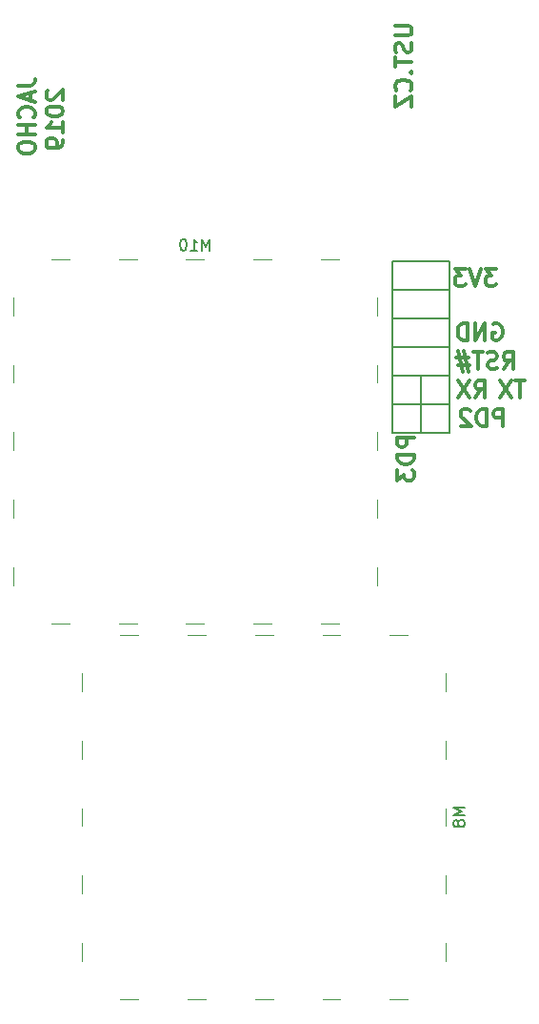
<source format=gbr>
G04 #@! TF.GenerationSoftware,KiCad,Pcbnew,(6.0.0-rc1-dev-205-gc0615c5ef)*
G04 #@! TF.CreationDate,2019-03-07T09:34:15+01:00*
G04 #@! TF.ProjectId,SPACEDOS01B_PCB01A,5350414345444F533031425F50434230,REV*
G04 #@! TF.SameCoordinates,Original*
G04 #@! TF.FileFunction,Legend,Bot*
G04 #@! TF.FilePolarity,Positive*
%FSLAX46Y46*%
G04 Gerber Fmt 4.6, Leading zero omitted, Abs format (unit mm)*
G04 Created by KiCad (PCBNEW (6.0.0-rc1-dev-205-gc0615c5ef)) date 03/07/19 09:34:15*
%MOMM*%
%LPD*%
G01*
G04 APERTURE LIST*
%ADD10C,0.300000*%
%ADD11C,0.120000*%
%ADD12C,0.150000*%
G04 APERTURE END LIST*
D10*
X84649571Y67298000D02*
X84792428Y67369428D01*
X85006714Y67369428D01*
X85221000Y67298000D01*
X85363857Y67155142D01*
X85435285Y67012285D01*
X85506714Y66726571D01*
X85506714Y66512285D01*
X85435285Y66226571D01*
X85363857Y66083714D01*
X85221000Y65940857D01*
X85006714Y65869428D01*
X84863857Y65869428D01*
X84649571Y65940857D01*
X84578142Y66012285D01*
X84578142Y66512285D01*
X84863857Y66512285D01*
X83935285Y65869428D02*
X83935285Y67369428D01*
X83078142Y65869428D01*
X83078142Y67369428D01*
X82363857Y65869428D02*
X82363857Y67369428D01*
X82006714Y67369428D01*
X81792428Y67298000D01*
X81649571Y67155142D01*
X81578142Y67012285D01*
X81506714Y66726571D01*
X81506714Y66512285D01*
X81578142Y66226571D01*
X81649571Y66083714D01*
X81792428Y65940857D01*
X82006714Y65869428D01*
X82363857Y65869428D01*
X77640571Y57229142D02*
X76140571Y57229142D01*
X76140571Y56657714D01*
X76212000Y56514857D01*
X76283428Y56443428D01*
X76426285Y56372000D01*
X76640571Y56372000D01*
X76783428Y56443428D01*
X76854857Y56514857D01*
X76926285Y56657714D01*
X76926285Y57229142D01*
X77640571Y55729142D02*
X76140571Y55729142D01*
X76140571Y55372000D01*
X76212000Y55157714D01*
X76354857Y55014857D01*
X76497714Y54943428D01*
X76783428Y54872000D01*
X76997714Y54872000D01*
X77283428Y54943428D01*
X77426285Y55014857D01*
X77569142Y55157714D01*
X77640571Y55372000D01*
X77640571Y55729142D01*
X76140571Y54372000D02*
X76140571Y53443428D01*
X76712000Y53943428D01*
X76712000Y53729142D01*
X76783428Y53586285D01*
X76854857Y53514857D01*
X76997714Y53443428D01*
X77354857Y53443428D01*
X77497714Y53514857D01*
X77569142Y53586285D01*
X77640571Y53729142D01*
X77640571Y54157714D01*
X77569142Y54300571D01*
X77497714Y54372000D01*
X83054000Y60789428D02*
X83554000Y61503714D01*
X83911142Y60789428D02*
X83911142Y62289428D01*
X83339714Y62289428D01*
X83196857Y62218000D01*
X83125428Y62146571D01*
X83054000Y62003714D01*
X83054000Y61789428D01*
X83125428Y61646571D01*
X83196857Y61575142D01*
X83339714Y61503714D01*
X83911142Y61503714D01*
X82554000Y62289428D02*
X81554000Y60789428D01*
X81554000Y62289428D02*
X82554000Y60789428D01*
X85546428Y58249428D02*
X85546428Y59749428D01*
X84975000Y59749428D01*
X84832142Y59678000D01*
X84760714Y59606571D01*
X84689285Y59463714D01*
X84689285Y59249428D01*
X84760714Y59106571D01*
X84832142Y59035142D01*
X84975000Y58963714D01*
X85546428Y58963714D01*
X84046428Y58249428D02*
X84046428Y59749428D01*
X83689285Y59749428D01*
X83475000Y59678000D01*
X83332142Y59535142D01*
X83260714Y59392285D01*
X83189285Y59106571D01*
X83189285Y58892285D01*
X83260714Y58606571D01*
X83332142Y58463714D01*
X83475000Y58320857D01*
X83689285Y58249428D01*
X84046428Y58249428D01*
X82617857Y59606571D02*
X82546428Y59678000D01*
X82403571Y59749428D01*
X82046428Y59749428D01*
X81903571Y59678000D01*
X81832142Y59606571D01*
X81760714Y59463714D01*
X81760714Y59320857D01*
X81832142Y59106571D01*
X82689285Y58249428D01*
X81760714Y58249428D01*
X87459571Y62289428D02*
X86602428Y62289428D01*
X87031000Y60789428D02*
X87031000Y62289428D01*
X86245285Y62289428D02*
X85245285Y60789428D01*
X85245285Y62289428D02*
X86245285Y60789428D01*
X85578142Y63329428D02*
X86078142Y64043714D01*
X86435285Y63329428D02*
X86435285Y64829428D01*
X85863857Y64829428D01*
X85721000Y64758000D01*
X85649571Y64686571D01*
X85578142Y64543714D01*
X85578142Y64329428D01*
X85649571Y64186571D01*
X85721000Y64115142D01*
X85863857Y64043714D01*
X86435285Y64043714D01*
X85006714Y63400857D02*
X84792428Y63329428D01*
X84435285Y63329428D01*
X84292428Y63400857D01*
X84221000Y63472285D01*
X84149571Y63615142D01*
X84149571Y63758000D01*
X84221000Y63900857D01*
X84292428Y63972285D01*
X84435285Y64043714D01*
X84721000Y64115142D01*
X84863857Y64186571D01*
X84935285Y64258000D01*
X85006714Y64400857D01*
X85006714Y64543714D01*
X84935285Y64686571D01*
X84863857Y64758000D01*
X84721000Y64829428D01*
X84363857Y64829428D01*
X84149571Y64758000D01*
X83721000Y64829428D02*
X82863857Y64829428D01*
X83292428Y63329428D02*
X83292428Y64829428D01*
X82435285Y64329428D02*
X81363857Y64329428D01*
X82006714Y64972285D02*
X82435285Y63043714D01*
X81506714Y63686571D02*
X82578142Y63686571D01*
X81935285Y63043714D02*
X81506714Y64972285D01*
X84895571Y72195428D02*
X83967000Y72195428D01*
X84467000Y71624000D01*
X84252714Y71624000D01*
X84109857Y71552571D01*
X84038428Y71481142D01*
X83967000Y71338285D01*
X83967000Y70981142D01*
X84038428Y70838285D01*
X84109857Y70766857D01*
X84252714Y70695428D01*
X84681285Y70695428D01*
X84824142Y70766857D01*
X84895571Y70838285D01*
X83538428Y72195428D02*
X83038428Y70695428D01*
X82538428Y72195428D01*
X82181285Y72195428D02*
X81252714Y72195428D01*
X81752714Y71624000D01*
X81538428Y71624000D01*
X81395571Y71552571D01*
X81324142Y71481142D01*
X81252714Y71338285D01*
X81252714Y70981142D01*
X81324142Y70838285D01*
X81395571Y70766857D01*
X81538428Y70695428D01*
X81967000Y70695428D01*
X82109857Y70766857D01*
X82181285Y70838285D01*
X45071428Y88071428D02*
X45000000Y88000000D01*
X44928571Y87857142D01*
X44928571Y87500000D01*
X45000000Y87357142D01*
X45071428Y87285714D01*
X45214285Y87214285D01*
X45357142Y87214285D01*
X45571428Y87285714D01*
X46428571Y88142857D01*
X46428571Y87214285D01*
X44928571Y86285714D02*
X44928571Y86142857D01*
X45000000Y86000000D01*
X45071428Y85928571D01*
X45214285Y85857142D01*
X45500000Y85785714D01*
X45857142Y85785714D01*
X46142857Y85857142D01*
X46285714Y85928571D01*
X46357142Y86000000D01*
X46428571Y86142857D01*
X46428571Y86285714D01*
X46357142Y86428571D01*
X46285714Y86500000D01*
X46142857Y86571428D01*
X45857142Y86642857D01*
X45500000Y86642857D01*
X45214285Y86571428D01*
X45071428Y86500000D01*
X45000000Y86428571D01*
X44928571Y86285714D01*
X46428571Y84357142D02*
X46428571Y85214285D01*
X46428571Y84785714D02*
X44928571Y84785714D01*
X45142857Y84928571D01*
X45285714Y85071428D01*
X45357142Y85214285D01*
X46428571Y83642857D02*
X46428571Y83357142D01*
X46357142Y83214285D01*
X46285714Y83142857D01*
X46071428Y83000000D01*
X45785714Y82928571D01*
X45214285Y82928571D01*
X45071428Y83000000D01*
X45000000Y83071428D01*
X44928571Y83214285D01*
X44928571Y83500000D01*
X45000000Y83642857D01*
X45071428Y83714285D01*
X45214285Y83785714D01*
X45571428Y83785714D01*
X45714285Y83714285D01*
X45785714Y83642857D01*
X45857142Y83500000D01*
X45857142Y83214285D01*
X45785714Y83071428D01*
X45714285Y83000000D01*
X45571428Y82928571D01*
X42428571Y88500000D02*
X43500000Y88500000D01*
X43714285Y88571428D01*
X43857142Y88714285D01*
X43928571Y88928571D01*
X43928571Y89071428D01*
X43500000Y87857142D02*
X43500000Y87142857D01*
X43928571Y88000000D02*
X42428571Y87500000D01*
X43928571Y87000000D01*
X43785714Y85642857D02*
X43857142Y85714285D01*
X43928571Y85928571D01*
X43928571Y86071428D01*
X43857142Y86285714D01*
X43714285Y86428571D01*
X43571428Y86500000D01*
X43285714Y86571428D01*
X43071428Y86571428D01*
X42785714Y86500000D01*
X42642857Y86428571D01*
X42500000Y86285714D01*
X42428571Y86071428D01*
X42428571Y85928571D01*
X42500000Y85714285D01*
X42571428Y85642857D01*
X43928571Y85000000D02*
X42428571Y85000000D01*
X43142857Y85000000D02*
X43142857Y84142857D01*
X43928571Y84142857D02*
X42428571Y84142857D01*
X42428571Y83142857D02*
X42428571Y82857142D01*
X42500000Y82714285D01*
X42642857Y82571428D01*
X42928571Y82500000D01*
X43428571Y82500000D01*
X43714285Y82571428D01*
X43857142Y82714285D01*
X43928571Y82857142D01*
X43928571Y83142857D01*
X43857142Y83285714D01*
X43714285Y83428571D01*
X43428571Y83500000D01*
X42928571Y83500000D01*
X42642857Y83428571D01*
X42500000Y83285714D01*
X42428571Y83142857D01*
X75928571Y93785714D02*
X77142857Y93785714D01*
X77285714Y93714285D01*
X77357142Y93642857D01*
X77428571Y93500000D01*
X77428571Y93214285D01*
X77357142Y93071428D01*
X77285714Y93000000D01*
X77142857Y92928571D01*
X75928571Y92928571D01*
X77357142Y92285714D02*
X77428571Y92071428D01*
X77428571Y91714285D01*
X77357142Y91571428D01*
X77285714Y91500000D01*
X77142857Y91428571D01*
X77000000Y91428571D01*
X76857142Y91500000D01*
X76785714Y91571428D01*
X76714285Y91714285D01*
X76642857Y92000000D01*
X76571428Y92142857D01*
X76500000Y92214285D01*
X76357142Y92285714D01*
X76214285Y92285714D01*
X76071428Y92214285D01*
X76000000Y92142857D01*
X75928571Y92000000D01*
X75928571Y91642857D01*
X76000000Y91428571D01*
X75928571Y91000000D02*
X75928571Y90142857D01*
X77428571Y90571428D02*
X75928571Y90571428D01*
X77285714Y89642857D02*
X77357142Y89571428D01*
X77428571Y89642857D01*
X77357142Y89714285D01*
X77285714Y89642857D01*
X77428571Y89642857D01*
X77285714Y88071428D02*
X77357142Y88142857D01*
X77428571Y88357142D01*
X77428571Y88500000D01*
X77357142Y88714285D01*
X77214285Y88857142D01*
X77071428Y88928571D01*
X76785714Y89000000D01*
X76571428Y89000000D01*
X76285714Y88928571D01*
X76142857Y88857142D01*
X76000000Y88714285D01*
X75928571Y88500000D01*
X75928571Y88357142D01*
X76000000Y88142857D01*
X76071428Y88071428D01*
X75928571Y87571428D02*
X75928571Y86571428D01*
X77428571Y87571428D01*
X77428571Y86571428D01*
D11*
G04 #@! TO.C,M10*
X70966000Y73046000D02*
X69366000Y73046000D01*
X70966000Y40746000D02*
X69366000Y40746000D01*
X64966000Y73046000D02*
X63366000Y73046000D01*
X64966000Y40746000D02*
X63366000Y40746000D01*
X58966000Y73046000D02*
X57366000Y73046000D01*
X58966000Y40746000D02*
X57366000Y40746000D01*
X52966000Y73046000D02*
X51366000Y73046000D01*
X52966000Y40746000D02*
X51366000Y40746000D01*
X46966000Y73046000D02*
X45366000Y73046000D01*
X46966000Y40746000D02*
X45366000Y40746000D01*
X74316000Y69696000D02*
X74316000Y68096000D01*
X42016000Y69696000D02*
X42016000Y68096000D01*
X74316000Y63696000D02*
X74316000Y62096000D01*
X42016000Y63696000D02*
X42016000Y62096000D01*
X74316000Y57696000D02*
X74316000Y56096000D01*
X42016000Y57696000D02*
X42016000Y56096000D01*
X74316000Y51696000D02*
X74316000Y50096000D01*
X42016000Y51696000D02*
X42016000Y50096000D01*
X74316000Y45696000D02*
X74316000Y44096000D01*
X42016000Y45696000D02*
X42016000Y44096000D01*
D12*
G04 #@! TO.C,J2*
X75692000Y67818000D02*
X75692000Y65278000D01*
X75692000Y65278000D02*
X80772000Y65278000D01*
X80772000Y65278000D02*
X80772000Y67818000D01*
X80772000Y67818000D02*
X75692000Y67818000D01*
G04 #@! TO.C,J3*
X75692000Y72898000D02*
X75692000Y70358000D01*
X75692000Y70358000D02*
X80772000Y70358000D01*
X80772000Y70358000D02*
X80772000Y72898000D01*
X80772000Y72898000D02*
X75692000Y72898000D01*
G04 #@! TO.C,J7*
X78232000Y60198000D02*
X80772000Y60198000D01*
X78232000Y62738000D02*
X78232000Y60198000D01*
X80772000Y62738000D02*
X78232000Y62738000D01*
X80772000Y60198000D02*
X80772000Y62738000D01*
G04 #@! TO.C,J4*
X75692000Y57658000D02*
X78232000Y57658000D01*
X75692000Y60198000D02*
X75692000Y57658000D01*
X78232000Y60198000D02*
X75692000Y60198000D01*
X78232000Y57658000D02*
X78232000Y60198000D01*
G04 #@! TO.C,J6*
X75692000Y60198000D02*
X78232000Y60198000D01*
X75692000Y62738000D02*
X75692000Y60198000D01*
X78232000Y62738000D02*
X75692000Y62738000D01*
X78232000Y60198000D02*
X78232000Y62738000D01*
G04 #@! TO.C,J5*
X78232000Y57658000D02*
X80772000Y57658000D01*
X78232000Y60198000D02*
X78232000Y57658000D01*
X80772000Y60198000D02*
X78232000Y60198000D01*
X80772000Y57658000D02*
X80772000Y60198000D01*
G04 #@! TO.C,J19*
X80772000Y62738000D02*
X80772000Y65278000D01*
X75692000Y62738000D02*
X80772000Y62738000D01*
X75692000Y65278000D02*
X75692000Y62738000D01*
X80772000Y65278000D02*
X75692000Y65278000D01*
D11*
G04 #@! TO.C,M8*
X80424700Y10733100D02*
X80424700Y12333100D01*
X48124700Y10733100D02*
X48124700Y12333100D01*
X80424700Y16733100D02*
X80424700Y18333100D01*
X48124700Y16733100D02*
X48124700Y18333100D01*
X80424700Y22733100D02*
X80424700Y24333100D01*
X48124700Y22733100D02*
X48124700Y24333100D01*
X80424700Y28733100D02*
X80424700Y30333100D01*
X48124700Y28733100D02*
X48124700Y30333100D01*
X80424700Y34733100D02*
X80424700Y36333100D01*
X48124700Y34733100D02*
X48124700Y36333100D01*
X77074700Y7383100D02*
X75474700Y7383100D01*
X77074700Y39683100D02*
X75474700Y39683100D01*
X71074700Y7383100D02*
X69474700Y7383100D01*
X71074700Y39683100D02*
X69474700Y39683100D01*
X65074700Y7383100D02*
X63474700Y7383100D01*
X65074700Y39683100D02*
X63474700Y39683100D01*
X59074700Y7383100D02*
X57474700Y7383100D01*
X59074700Y39683100D02*
X57474700Y39683100D01*
X53074700Y7383100D02*
X51474700Y7383100D01*
X53074700Y39683100D02*
X51474700Y39683100D01*
D12*
G04 #@! TO.C,J1*
X80772000Y67818000D02*
X80772000Y70358000D01*
X80772000Y70358000D02*
X75692000Y70358000D01*
X75692000Y70358000D02*
X75692000Y67818000D01*
X75692000Y67818000D02*
X80772000Y67818000D01*
G04 #@! TO.C,M10*
X59451714Y73843619D02*
X59451714Y74843619D01*
X59118380Y74129333D01*
X58785047Y74843619D01*
X58785047Y73843619D01*
X57785047Y73843619D02*
X58356476Y73843619D01*
X58070761Y73843619D02*
X58070761Y74843619D01*
X58166000Y74700761D01*
X58261238Y74605523D01*
X58356476Y74557904D01*
X57166000Y74843619D02*
X57070761Y74843619D01*
X56975523Y74796000D01*
X56927904Y74748380D01*
X56880285Y74653142D01*
X56832666Y74462666D01*
X56832666Y74224571D01*
X56880285Y74034095D01*
X56927904Y73938857D01*
X56975523Y73891238D01*
X57070761Y73843619D01*
X57166000Y73843619D01*
X57261238Y73891238D01*
X57308857Y73938857D01*
X57356476Y74034095D01*
X57404095Y74224571D01*
X57404095Y74462666D01*
X57356476Y74653142D01*
X57308857Y74748380D01*
X57261238Y74796000D01*
X57166000Y74843619D01*
G04 #@! TO.C,M8*
X82127080Y24342623D02*
X81127080Y24342623D01*
X81841366Y24009290D01*
X81127080Y23675957D01*
X82127080Y23675957D01*
X81555652Y23056909D02*
X81508033Y23152147D01*
X81460414Y23199766D01*
X81365176Y23247385D01*
X81317557Y23247385D01*
X81222319Y23199766D01*
X81174700Y23152147D01*
X81127080Y23056909D01*
X81127080Y22866433D01*
X81174700Y22771195D01*
X81222319Y22723576D01*
X81317557Y22675957D01*
X81365176Y22675957D01*
X81460414Y22723576D01*
X81508033Y22771195D01*
X81555652Y22866433D01*
X81555652Y23056909D01*
X81603271Y23152147D01*
X81650890Y23199766D01*
X81746128Y23247385D01*
X81936604Y23247385D01*
X82031842Y23199766D01*
X82079461Y23152147D01*
X82127080Y23056909D01*
X82127080Y22866433D01*
X82079461Y22771195D01*
X82031842Y22723576D01*
X81936604Y22675957D01*
X81746128Y22675957D01*
X81650890Y22723576D01*
X81603271Y22771195D01*
X81555652Y22866433D01*
G04 #@! TD*
M02*

</source>
